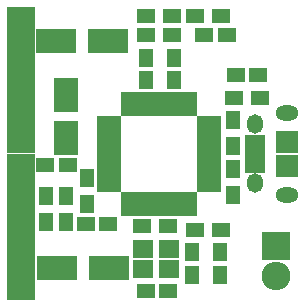
<source format=gts>
G04 #@! TF.FileFunction,Soldermask,Top*
%FSLAX46Y46*%
G04 Gerber Fmt 4.6, Leading zero omitted, Abs format (unit mm)*
G04 Created by KiCad (PCBNEW 4.0.0-rc2-stable) date 11/27/2015 10:33:43 PM*
%MOMM*%
G01*
G04 APERTURE LIST*
%ADD10C,0.100000*%
%ADD11R,1.600000X1.150000*%
%ADD12R,1.150000X1.600000*%
%ADD13R,2.000200X3.000960*%
%ADD14R,3.399740X2.000200*%
%ADD15R,1.950000X1.900000*%
%ADD16O,1.950000X1.300000*%
%ADD17O,1.350000X1.650000*%
%ADD18R,1.750000X0.800000*%
%ADD19R,2.400000X12.400000*%
%ADD20R,1.600000X1.300000*%
%ADD21R,1.300000X1.600000*%
%ADD22R,2.000000X0.950000*%
%ADD23R,0.950000X2.000000*%
%ADD24R,2.432000X2.432000*%
%ADD25O,2.432000X2.432000*%
%ADD26R,1.800000X1.600000*%
G04 APERTURE END LIST*
D10*
D11*
X113540500Y-100520500D03*
X115440500Y-100520500D03*
D12*
X117411500Y-97221000D03*
X117411500Y-99121000D03*
X113538000Y-82674500D03*
X113538000Y-80774500D03*
X115887500Y-82674500D03*
X115887500Y-80774500D03*
D11*
X105031500Y-89852500D03*
X106931500Y-89852500D03*
D13*
X106781600Y-83924140D03*
X106781600Y-87525860D03*
D11*
X123060500Y-82232500D03*
X121160500Y-82232500D03*
D12*
X119824500Y-97221000D03*
X119824500Y-99121000D03*
D14*
X110444280Y-98552000D03*
X106045000Y-98552000D03*
X110363000Y-79375000D03*
X105963720Y-79375000D03*
D11*
X110360500Y-94805500D03*
X108460500Y-94805500D03*
X118493500Y-78867000D03*
X120393500Y-78867000D03*
D15*
X125476000Y-87900000D03*
X125476000Y-89900000D03*
D16*
X125476000Y-85400000D03*
X125476000Y-92400000D03*
D17*
X122776000Y-91400000D03*
X122776000Y-86400000D03*
D18*
X122776000Y-90200000D03*
X122776000Y-89550000D03*
X122776000Y-88900000D03*
X122776000Y-88250000D03*
X122776000Y-87600000D03*
D19*
X103013000Y-95123000D03*
X103013000Y-82677000D03*
D20*
X115400000Y-94996000D03*
X113200000Y-94996000D03*
X121010500Y-84201000D03*
X123210500Y-84201000D03*
D21*
X120904000Y-90170000D03*
X120904000Y-92370000D03*
X120904000Y-88265000D03*
X120904000Y-86065000D03*
X108521500Y-93111500D03*
X108521500Y-90911500D03*
D20*
X119908500Y-77216000D03*
X117708500Y-77216000D03*
D21*
X106743500Y-94635500D03*
X106743500Y-92435500D03*
D20*
X113581000Y-78803500D03*
X115781000Y-78803500D03*
D21*
X105092500Y-94635500D03*
X105092500Y-92435500D03*
D20*
X113581000Y-77216000D03*
X115781000Y-77216000D03*
X117688000Y-95377000D03*
X119888000Y-95377000D03*
D22*
X110431000Y-86100000D03*
X110431000Y-86900000D03*
X110431000Y-87700000D03*
X110431000Y-88500000D03*
X110431000Y-89300000D03*
X110431000Y-90100000D03*
X110431000Y-90900000D03*
X110431000Y-91700000D03*
D23*
X111881000Y-93150000D03*
X112681000Y-93150000D03*
X113481000Y-93150000D03*
X114281000Y-93150000D03*
X115081000Y-93150000D03*
X115881000Y-93150000D03*
X116681000Y-93150000D03*
X117481000Y-93150000D03*
D22*
X118931000Y-91700000D03*
X118931000Y-90900000D03*
X118931000Y-90100000D03*
X118931000Y-89300000D03*
X118931000Y-88500000D03*
X118931000Y-87700000D03*
X118931000Y-86900000D03*
X118931000Y-86100000D03*
D23*
X117481000Y-84650000D03*
X116681000Y-84650000D03*
X115881000Y-84650000D03*
X115081000Y-84650000D03*
X114281000Y-84650000D03*
X113481000Y-84650000D03*
X112681000Y-84650000D03*
X111881000Y-84650000D03*
D24*
X124587000Y-96710500D03*
D25*
X124587000Y-99250500D03*
D26*
X113327000Y-98640000D03*
X115527000Y-98640000D03*
X115527000Y-96940000D03*
X113327000Y-96940000D03*
M02*

</source>
